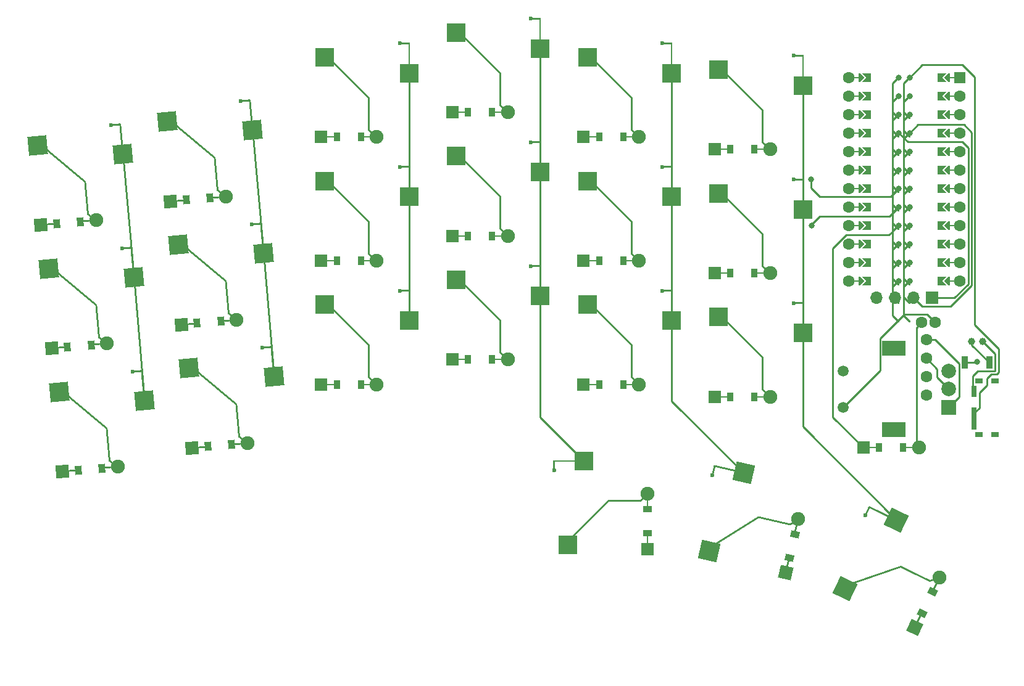
<source format=gbr>
%TF.GenerationSoftware,KiCad,Pcbnew,(6.0.6)*%
%TF.CreationDate,2022-07-14T02:02:07+02:00*%
%TF.ProjectId,main_wired2,6d61696e-5f77-4697-9265-64322e6b6963,v1.0.0*%
%TF.SameCoordinates,Original*%
%TF.FileFunction,Copper,L2,Bot*%
%TF.FilePolarity,Positive*%
%FSLAX46Y46*%
G04 Gerber Fmt 4.6, Leading zero omitted, Abs format (unit mm)*
G04 Created by KiCad (PCBNEW (6.0.6)) date 2022-07-14 02:02:07*
%MOMM*%
%LPD*%
G01*
G04 APERTURE LIST*
G04 Aperture macros list*
%AMRotRect*
0 Rectangle, with rotation*
0 The origin of the aperture is its center*
0 $1 length*
0 $2 width*
0 $3 Rotation angle, in degrees counterclockwise*
0 Add horizontal line*
21,1,$1,$2,0,0,$3*%
%AMFreePoly0*
4,1,29,2.195502,0.119853,2.254624,0.081678,2.283753,0.017613,2.273655,-0.052035,2.227530,-0.105189,2.160000,-0.125000,0.000000,-0.125000,-0.035502,-0.119852,-0.047057,-0.112391,-0.062500,-0.108253,-0.078963,-0.091790,-0.094624,-0.081678,-0.099251,-0.071502,-0.108253,-0.062500,-0.115298,-0.036209,-0.123752,-0.017613,-0.122534,-0.009204,-0.125000,0.000000,-0.116718,0.030909,-0.113655,0.052035,
-0.109897,0.056366,-0.108253,0.062500,-0.080431,0.090323,-0.067530,0.105188,-0.064748,0.106005,-0.062500,0.108253,0.000000,0.125000,2.160000,0.125001,2.195502,0.119853,2.195502,0.119853,$1*%
%AMFreePoly1*
4,1,30,0.035502,0.119852,0.047057,0.112391,0.062500,0.108253,0.078963,0.091790,0.094624,0.081678,0.099251,0.071502,0.108253,0.062500,0.115298,0.036209,0.123752,0.017613,0.122534,0.009204,0.125000,0.000000,0.120281,-0.017613,0.116718,-0.030908,0.113655,-0.052035,0.109897,-0.056366,0.108253,-0.062500,0.080431,-0.090323,0.067530,-0.105188,0.064748,-0.106005,0.062500,-0.108253,
0.000000,-0.125000,-2.160000,-0.125001,-2.195502,-0.119853,-2.254624,-0.081678,-2.283753,-0.017613,-2.273655,0.052035,-2.227530,0.105189,-2.160000,0.125000,0.000000,0.125000,0.035502,0.119852,0.035502,0.119852,$1*%
%AMFreePoly2*
4,1,42,0.035502,4.219852,0.043090,4.214952,0.052035,4.213655,0.072198,4.196157,0.094624,4.181678,0.098364,4.173453,0.105189,4.167530,0.112704,4.141914,0.123753,4.117613,0.122456,4.108670,0.125000,4.100000,0.125000,0.000000,0.119852,-0.035502,0.112391,-0.047057,0.108253,-0.062500,0.091790,-0.078962,0.081678,-0.094624,0.071502,-0.099251,0.062501,-0.108253,0.036209,-0.115298,
0.017613,-0.123753,0.009204,-0.122534,0.000000,-0.125000,-0.030909,-0.116719,-0.052035,-0.113655,-0.056366,-0.109897,-0.062500,-0.108253,-0.090322,-0.080431,-0.105189,-0.067530,-0.106005,-0.064748,-0.108253,-0.062501,-0.125000,0.000000,-0.125000,3.975000,-1.170001,3.975000,-1.205502,3.980148,-1.264624,4.018322,-1.293753,4.082387,-1.283655,4.152035,-1.237530,4.205189,-1.170000,4.225000,
0.000000,4.225000,0.035502,4.219852,0.035502,4.219852,$1*%
%AMFreePoly3*
4,1,31,0.588388,0.088388,6.138388,-5.461611,6.151709,-5.479450,6.155189,-5.482470,6.155982,-5.485172,6.159852,-5.490355,6.166332,-5.520453,6.175000,-5.550000,6.175000,-9.948224,7.138389,-10.911612,7.159852,-10.940356,7.174665,-11.009155,7.149961,-11.075053,7.093572,-11.117161,7.023371,-11.122131,6.961612,-11.088389,5.961612,-10.088388,5.948293,-10.070552,5.944811,-10.067530,5.944018,-10.064826,
5.940148,-10.059644,5.933669,-10.029549,5.925000,-10.000000,5.925000,-5.601777,0.411612,-0.088388,0.390149,-0.059644,0.375336,0.009154,0.400039,0.075052,0.456428,0.117161,0.526629,0.122131,0.588388,0.088388,0.588388,0.088388,$1*%
%AMFreePoly4*
4,1,13,0.062500,0.108253,0.108253,0.062501,0.125000,0.000000,0.108253,-0.062500,0.062501,-0.108253,0.000000,-0.125000,-0.062500,-0.108253,-0.108253,-0.062501,-0.125000,0.000000,-0.108253,0.062500,-0.062501,0.108253,0.000000,0.125000,0.062500,0.108253,0.062500,0.108253,$1*%
%AMFreePoly5*
4,1,5,0.125000,-0.500000,-0.125000,-0.500000,-0.125000,0.500000,0.125000,0.500000,0.125000,-0.500000,0.125000,-0.500000,$1*%
%AMFreePoly6*
4,1,6,0.600000,0.200000,0.000000,-0.400000,-0.600000,0.200000,-0.600000,0.400000,0.600000,0.400000,0.600000,0.200000,0.600000,0.200000,$1*%
%AMFreePoly7*
4,1,6,0.600000,-0.250000,-0.600000,-0.250000,-0.600000,1.000000,0.000000,0.400000,0.600000,1.000000,0.600000,-0.250000,0.600000,-0.250000,$1*%
%AMFreePoly8*
4,1,49,0.004773,0.123721,0.009154,0.124665,0.028961,0.117240,0.062500,0.108253,0.068237,0.102516,0.075053,0.099961,0.087617,0.083136,0.108253,0.062500,0.111178,0.051584,0.117161,0.043572,0.118539,0.024114,0.125000,0.000000,0.121239,-0.014035,0.122131,-0.026629,0.113759,-0.041951,0.108253,-0.062500,0.095644,-0.075109,0.088389,-0.088388,-0.641000,-0.817776,-0.641000,-4.770224,
0.088389,-5.499612,0.109852,-5.528356,0.124665,-5.597154,0.099961,-5.663053,0.043572,-5.705161,-0.026629,-5.710131,-0.088388,-5.676389,-0.854388,-4.910388,-0.867707,-4.892552,-0.871189,-4.889530,-0.871982,-4.886826,-0.875852,-4.881644,-0.882331,-4.851549,-0.891000,-4.822000,-0.891000,-0.766000,-0.887805,-0.743969,-0.888131,-0.739371,-0.886780,-0.736898,-0.885852,-0.730498,-0.869151,-0.704632,
-0.854388,-0.677612,-0.088388,0.088389,-0.064606,0.106147,-0.062500,0.108253,-0.061385,0.108552,-0.059644,0.109852,-0.043806,0.113262,0.000000,0.125000,0.004773,0.123721,0.004773,0.123721,$1*%
G04 Aperture macros list end*
%TA.AperFunction,ComponentPad*%
%ADD10C,1.000000*%
%TD*%
%TA.AperFunction,SMDPad,CuDef*%
%ADD11FreePoly0,64.000000*%
%TD*%
%TA.AperFunction,SMDPad,CuDef*%
%ADD12FreePoly1,64.000000*%
%TD*%
%TA.AperFunction,SMDPad,CuDef*%
%ADD13RotRect,0.900000X1.200000X64.000000*%
%TD*%
%TA.AperFunction,ComponentPad*%
%ADD14C,1.905000*%
%TD*%
%TA.AperFunction,ComponentPad*%
%ADD15RotRect,1.778000X1.778000X64.000000*%
%TD*%
%TA.AperFunction,SMDPad,CuDef*%
%ADD16FreePoly0,0.000000*%
%TD*%
%TA.AperFunction,SMDPad,CuDef*%
%ADD17FreePoly1,0.000000*%
%TD*%
%TA.AperFunction,SMDPad,CuDef*%
%ADD18R,0.900000X1.200000*%
%TD*%
%TA.AperFunction,ComponentPad*%
%ADD19R,1.778000X1.778000*%
%TD*%
%TA.AperFunction,SMDPad,CuDef*%
%ADD20FreePoly2,77.000000*%
%TD*%
%TA.AperFunction,SMDPad,CuDef*%
%ADD21FreePoly3,77.000000*%
%TD*%
%TA.AperFunction,SMDPad,CuDef*%
%ADD22FreePoly4,77.000000*%
%TD*%
%TA.AperFunction,SMDPad,CuDef*%
%ADD23RotRect,2.600000X2.600000X77.000000*%
%TD*%
%TA.AperFunction,ComponentPad*%
%ADD24C,0.600000*%
%TD*%
%TA.AperFunction,SMDPad,CuDef*%
%ADD25FreePoly1,5.000000*%
%TD*%
%TA.AperFunction,SMDPad,CuDef*%
%ADD26FreePoly0,5.000000*%
%TD*%
%TA.AperFunction,SMDPad,CuDef*%
%ADD27RotRect,0.900000X1.200000X5.000000*%
%TD*%
%TA.AperFunction,ComponentPad*%
%ADD28RotRect,1.778000X1.778000X5.000000*%
%TD*%
%TA.AperFunction,SMDPad,CuDef*%
%ADD29FreePoly2,64.000000*%
%TD*%
%TA.AperFunction,SMDPad,CuDef*%
%ADD30FreePoly3,64.000000*%
%TD*%
%TA.AperFunction,SMDPad,CuDef*%
%ADD31FreePoly4,64.000000*%
%TD*%
%TA.AperFunction,SMDPad,CuDef*%
%ADD32RotRect,2.600000X2.600000X64.000000*%
%TD*%
%TA.AperFunction,SMDPad,CuDef*%
%ADD33FreePoly2,0.000000*%
%TD*%
%TA.AperFunction,SMDPad,CuDef*%
%ADD34FreePoly3,0.000000*%
%TD*%
%TA.AperFunction,SMDPad,CuDef*%
%ADD35FreePoly4,0.000000*%
%TD*%
%TA.AperFunction,SMDPad,CuDef*%
%ADD36R,2.600000X2.600000*%
%TD*%
%TA.AperFunction,SMDPad,CuDef*%
%ADD37FreePoly5,270.000000*%
%TD*%
%TA.AperFunction,SMDPad,CuDef*%
%ADD38FreePoly6,270.000000*%
%TD*%
%TA.AperFunction,ComponentPad*%
%ADD39C,1.600000*%
%TD*%
%TA.AperFunction,SMDPad,CuDef*%
%ADD40FreePoly6,90.000000*%
%TD*%
%TA.AperFunction,SMDPad,CuDef*%
%ADD41FreePoly5,90.000000*%
%TD*%
%TA.AperFunction,ComponentPad*%
%ADD42R,1.600000X1.600000*%
%TD*%
%TA.AperFunction,SMDPad,CuDef*%
%ADD43FreePoly7,90.000000*%
%TD*%
%TA.AperFunction,SMDPad,CuDef*%
%ADD44FreePoly8,270.000000*%
%TD*%
%TA.AperFunction,ComponentPad*%
%ADD45C,0.800000*%
%TD*%
%TA.AperFunction,SMDPad,CuDef*%
%ADD46FreePoly8,90.000000*%
%TD*%
%TA.AperFunction,SMDPad,CuDef*%
%ADD47FreePoly7,270.000000*%
%TD*%
%TA.AperFunction,SMDPad,CuDef*%
%ADD48FreePoly1,90.000000*%
%TD*%
%TA.AperFunction,SMDPad,CuDef*%
%ADD49FreePoly0,90.000000*%
%TD*%
%TA.AperFunction,SMDPad,CuDef*%
%ADD50R,1.200000X0.900000*%
%TD*%
%TA.AperFunction,SMDPad,CuDef*%
%ADD51FreePoly3,5.000000*%
%TD*%
%TA.AperFunction,SMDPad,CuDef*%
%ADD52FreePoly4,5.000000*%
%TD*%
%TA.AperFunction,SMDPad,CuDef*%
%ADD53FreePoly2,5.000000*%
%TD*%
%TA.AperFunction,SMDPad,CuDef*%
%ADD54RotRect,2.600000X2.600000X5.000000*%
%TD*%
%TA.AperFunction,ComponentPad*%
%ADD55R,1.700000X1.700000*%
%TD*%
%TA.AperFunction,ComponentPad*%
%ADD56O,1.700000X1.700000*%
%TD*%
%TA.AperFunction,SMDPad,CuDef*%
%ADD57R,0.900000X1.700000*%
%TD*%
%TA.AperFunction,SMDPad,CuDef*%
%ADD58R,1.000000X0.800000*%
%TD*%
%TA.AperFunction,SMDPad,CuDef*%
%ADD59R,0.700000X1.500000*%
%TD*%
%TA.AperFunction,SMDPad,CuDef*%
%ADD60FreePoly3,90.000000*%
%TD*%
%TA.AperFunction,SMDPad,CuDef*%
%ADD61FreePoly4,90.000000*%
%TD*%
%TA.AperFunction,SMDPad,CuDef*%
%ADD62FreePoly2,90.000000*%
%TD*%
%TA.AperFunction,ComponentPad*%
%ADD63R,3.200000X2.000000*%
%TD*%
%TA.AperFunction,ComponentPad*%
%ADD64C,1.500000*%
%TD*%
%TA.AperFunction,ComponentPad*%
%ADD65R,2.000000X2.000000*%
%TD*%
%TA.AperFunction,ComponentPad*%
%ADD66C,2.000000*%
%TD*%
%TA.AperFunction,SMDPad,CuDef*%
%ADD67FreePoly1,77.000000*%
%TD*%
%TA.AperFunction,SMDPad,CuDef*%
%ADD68FreePoly0,77.000000*%
%TD*%
%TA.AperFunction,SMDPad,CuDef*%
%ADD69RotRect,0.900000X1.200000X77.000000*%
%TD*%
%TA.AperFunction,ComponentPad*%
%ADD70RotRect,1.778000X1.778000X77.000000*%
%TD*%
%TA.AperFunction,ViaPad*%
%ADD71C,0.800000*%
%TD*%
%TA.AperFunction,Conductor*%
%ADD72C,0.250000*%
%TD*%
G04 APERTURE END LIST*
D10*
%TO.P,,1*%
%TO.N,pos*%
X132777817Y14411938D03*
%TO.P,,2*%
%TO.N,GND*%
X131277817Y14411938D03*
%TD*%
D11*
%TO.P,D21,*%
%TO.N,P7*%
X123499419Y-24835909D03*
D12*
%TO.N,inner_thumb*%
X126839807Y-17987099D03*
D13*
%TO.P,D21,1*%
%TO.N,P7*%
X124446301Y-22894514D03*
D14*
%TO.N,inner_thumb*%
X126839807Y-17987099D03*
D13*
%TO.P,D21,2*%
X125892925Y-19928494D03*
D15*
%TO.N,P7*%
X123499419Y-24835909D03*
%TD*%
D16*
%TO.P,D12,*%
%TO.N,P4*%
X60017819Y45911938D03*
D17*
%TO.N,middle_top*%
X67637819Y45911938D03*
D14*
%TO.P,D12,1*%
X67637819Y45911938D03*
D18*
%TO.N,P4*%
X62177819Y45911938D03*
%TO.P,D12,2*%
%TO.N,middle_top*%
X65477819Y45911938D03*
D19*
%TO.N,P4*%
X60017819Y45911938D03*
%TD*%
D20*
%TO.P,S20,*%
%TO.N,P15*%
X99968125Y-3634304D03*
D21*
%TO.N,home_thumb*%
X95226326Y-14393386D03*
D22*
X95226326Y-14393386D03*
D23*
%TO.P,S20,1*%
X95226326Y-14393386D03*
D24*
%TO.N,P15*%
X95686395Y-3954327D03*
D23*
%TO.P,S20,2*%
X99968125Y-3634304D03*
%TD*%
D25*
%TO.P,D6,*%
%TO.N,pinky_top*%
X28960003Y34320998D03*
D26*
%TO.N,P4*%
X21368999Y33656872D03*
D14*
%TO.P,D6,1*%
%TO.N,pinky_top*%
X28960003Y34320998D03*
D27*
%TO.N,P4*%
X23520780Y33845128D03*
D28*
%TO.P,D6,2*%
X21368999Y33656872D03*
D27*
%TO.N,pinky_top*%
X26808222Y34132742D03*
%TD*%
D17*
%TO.P,D9,*%
%TO.N,ring_top*%
X49637820Y42511937D03*
D16*
%TO.N,P4*%
X42017820Y42511937D03*
D14*
%TO.P,D9,1*%
%TO.N,ring_top*%
X49637820Y42511937D03*
D18*
%TO.N,P4*%
X44177820Y42511937D03*
D19*
%TO.P,D9,2*%
X42017820Y42511937D03*
D18*
%TO.N,ring_top*%
X47477820Y42511937D03*
%TD*%
D29*
%TO.P,S21,*%
%TO.N,P14*%
X120932686Y-10138238D03*
D30*
%TO.N,inner_thumb*%
X113892152Y-19554893D03*
D31*
X113892152Y-19554893D03*
D32*
%TO.P,S21,1*%
X113892152Y-19554893D03*
D24*
%TO.N,P14*%
X116688707Y-9486879D03*
D32*
%TO.P,S21,2*%
X120932686Y-10138238D03*
%TD*%
D17*
%TO.P,D14,*%
%TO.N,index_home*%
X85637820Y25511940D03*
D16*
%TO.N,P5*%
X78017820Y25511940D03*
D18*
%TO.P,D14,1*%
X80177820Y25511940D03*
D14*
%TO.N,index_home*%
X85637820Y25511940D03*
D19*
%TO.P,D14,2*%
%TO.N,P5*%
X78017820Y25511940D03*
D18*
%TO.N,index_home*%
X83477820Y25511940D03*
%TD*%
D33*
%TO.P,S12,*%
%TO.N,P18*%
X72102818Y54661937D03*
D34*
%TO.N,middle_top*%
X60552818Y56861937D03*
D35*
X60552818Y56861937D03*
D24*
%TO.P,S12,1*%
%TO.N,P18*%
X70827818Y58761937D03*
D36*
%TO.N,middle_top*%
X60552818Y56861937D03*
%TO.P,S12,2*%
%TO.N,P18*%
X72102818Y54661937D03*
%TD*%
D37*
%TO.P,MCU1,*%
%TO.N,*%
X128377817Y48141935D03*
D38*
X127869817Y30361935D03*
D39*
X129647817Y43061935D03*
D37*
X128377817Y45601935D03*
D38*
X127869817Y48141935D03*
D37*
X128377817Y27821935D03*
D40*
X116185817Y43061935D03*
X116185817Y45601935D03*
X116185817Y22741935D03*
D39*
X114407817Y22741935D03*
D40*
X116185817Y30361935D03*
D39*
X114407817Y48141935D03*
X114407817Y45601935D03*
D37*
X128377817Y40521935D03*
D41*
X115677817Y35441935D03*
D39*
X129647817Y22741935D03*
D41*
X115677817Y45601935D03*
D37*
X128377817Y35441935D03*
D42*
X129647817Y50681935D03*
D40*
X116185817Y40521935D03*
D38*
X127869817Y43061935D03*
D40*
X116185817Y25281935D03*
D37*
X128377817Y50681935D03*
X128377817Y32901935D03*
D39*
X129647817Y50681935D03*
D41*
X115677817Y27821935D03*
D38*
X127869817Y27821935D03*
D41*
X115677817Y50681935D03*
D39*
X129647817Y37981935D03*
X114407817Y30361935D03*
X114407817Y50681935D03*
X114407817Y35441935D03*
D38*
X127869817Y50681935D03*
D41*
X115677817Y40521935D03*
X115677817Y32901935D03*
D39*
X114407817Y25281935D03*
D40*
X116185817Y35441935D03*
D38*
X127869817Y37981935D03*
X127869817Y40521935D03*
D41*
X115677817Y30361935D03*
D37*
X128377817Y30361935D03*
D39*
X129647817Y30361935D03*
X114407817Y37981935D03*
X114407817Y40521935D03*
D41*
X115677817Y25281935D03*
D38*
X127869817Y25281935D03*
D39*
X129647817Y25281935D03*
D40*
X116185817Y27821935D03*
X116185817Y37981935D03*
D38*
X127869817Y45601935D03*
D39*
X114407817Y43061935D03*
X129647817Y48141935D03*
X129647817Y27821935D03*
X114407817Y27821935D03*
D38*
X127869817Y35441935D03*
D37*
X128377817Y25281935D03*
D39*
X129647817Y35441935D03*
D41*
X115677817Y22741935D03*
X115677817Y43061935D03*
D37*
X128377817Y37981935D03*
D41*
X115677817Y37981935D03*
D40*
X116185817Y32901935D03*
D37*
X128377817Y22741935D03*
X128377817Y43061935D03*
D40*
X116185817Y50681935D03*
D39*
X114407817Y32901935D03*
X129647817Y45601935D03*
D38*
X127869817Y32901935D03*
D39*
X129647817Y32901935D03*
D38*
X127869817Y22741935D03*
D40*
X116185817Y48141935D03*
D39*
X129647817Y40521935D03*
D41*
X115677817Y48141935D03*
D43*
%TO.P,MCU1,1*%
%TO.N,RAW*%
X117201817Y50681935D03*
D44*
X122789817Y50681935D03*
D45*
X122789817Y50681935D03*
%TO.P,MCU1,2*%
%TO.N,GND*%
X122789817Y48141935D03*
D43*
%TO.N,N/C*%
X117201817Y48141935D03*
D44*
%TO.N,GND*%
X122789817Y48141935D03*
D43*
%TO.P,MCU1,3*%
%TO.N,RST*%
X117201817Y45601935D03*
D44*
X122789817Y45601935D03*
D45*
X122789817Y45601935D03*
%TO.P,MCU1,4*%
%TO.N,VCC*%
X122789817Y43061935D03*
D43*
X117201817Y43061935D03*
D44*
X122789817Y43061935D03*
D45*
%TO.P,MCU1,5*%
%TO.N,P21*%
X122789817Y40521935D03*
D43*
X117201817Y40521935D03*
D44*
X122789817Y40521935D03*
D45*
%TO.P,MCU1,6*%
%TO.N,P20*%
X122789817Y37981935D03*
D44*
X122789817Y37981935D03*
D43*
X117201817Y37981935D03*
D44*
%TO.P,MCU1,7*%
%TO.N,P19*%
X122789817Y35441935D03*
D43*
X117201817Y35441935D03*
D45*
X122789817Y35441935D03*
%TO.P,MCU1,8*%
%TO.N,P18*%
X122789817Y32901935D03*
D43*
X117201817Y32901935D03*
D44*
X122789817Y32901935D03*
D45*
%TO.P,MCU1,9*%
%TO.N,P15*%
X122789817Y30361935D03*
D43*
X117201817Y30361935D03*
D44*
X122789817Y30361935D03*
%TO.P,MCU1,10*%
%TO.N,P14*%
X122789817Y27821935D03*
D43*
X117201817Y27821935D03*
D45*
X122789817Y27821935D03*
D44*
%TO.P,MCU1,11*%
%TO.N,P16*%
X122789817Y25281935D03*
D45*
X122789817Y25281935D03*
D43*
X117201817Y25281935D03*
%TO.P,MCU1,12*%
%TO.N,P10*%
X117201817Y22741935D03*
D44*
X122789817Y22741935D03*
D45*
X122789817Y22741935D03*
%TO.P,MCU1,13*%
%TO.N,P9*%
X121265817Y22741935D03*
D46*
X121265817Y22741935D03*
D47*
X126853817Y22741935D03*
D46*
%TO.P,MCU1,14*%
%TO.N,P8*%
X121265817Y25281935D03*
D47*
X126853817Y25281935D03*
D45*
X121265817Y25281935D03*
D47*
%TO.P,MCU1,15*%
%TO.N,P7*%
X126853817Y27821935D03*
D45*
X121265817Y27821935D03*
D46*
X121265817Y27821935D03*
%TO.P,MCU1,16*%
%TO.N,P6*%
X121265817Y30361935D03*
D47*
X126853817Y30361935D03*
D45*
X121265817Y30361935D03*
%TO.P,MCU1,17*%
%TO.N,P5*%
X121265817Y32901935D03*
D46*
X121265817Y32901935D03*
D47*
X126853817Y32901935D03*
D46*
%TO.P,MCU1,18*%
%TO.N,P4*%
X121265817Y35441935D03*
D45*
X121265817Y35441935D03*
D47*
X126853817Y35441935D03*
D45*
%TO.P,MCU1,19*%
%TO.N,P3*%
X121265817Y37981935D03*
D47*
X126853817Y37981935D03*
D46*
X121265817Y37981935D03*
%TO.P,MCU1,20*%
%TO.N,P2*%
X121265817Y40521935D03*
D45*
X121265817Y40521935D03*
D47*
X126853817Y40521935D03*
D46*
%TO.P,MCU1,21*%
%TO.N,GND*%
X121265817Y43061935D03*
D45*
X121265817Y43061935D03*
D47*
X126853817Y43061935D03*
D46*
%TO.P,MCU1,22*%
X121265817Y45601935D03*
D47*
X126853817Y45601935D03*
D45*
X121265817Y45601935D03*
D46*
%TO.P,MCU1,23*%
%TO.N,P0*%
X121265817Y48141935D03*
D47*
X126853817Y48141935D03*
D45*
X121265817Y48141935D03*
D46*
%TO.P,MCU1,24*%
%TO.N,P1*%
X121265817Y50681935D03*
D45*
X121265817Y50681935D03*
D47*
X126853817Y50681935D03*
%TD*%
D33*
%TO.P,S18,*%
%TO.N,P14*%
X108102820Y49561940D03*
D34*
%TO.N,inner_top*%
X96552820Y51761940D03*
D35*
X96552820Y51761940D03*
D24*
%TO.P,S18,1*%
%TO.N,P14*%
X106827820Y53661940D03*
D36*
%TO.N,inner_top*%
X96552820Y51761940D03*
%TO.P,S18,2*%
%TO.N,P14*%
X108102820Y49561940D03*
%TD*%
D48*
%TO.P,D19,*%
%TO.N,outer_thumb*%
X86827818Y-6478061D03*
D49*
%TO.N,P7*%
X86827818Y-14098061D03*
D14*
%TO.P,D19,1*%
%TO.N,outer_thumb*%
X86827818Y-6478061D03*
D50*
%TO.N,P7*%
X86827818Y-11938061D03*
D19*
%TO.P,D19,2*%
X86827818Y-14098061D03*
D50*
%TO.N,outer_thumb*%
X86827818Y-8638061D03*
%TD*%
D26*
%TO.P,D3,*%
%TO.N,P4*%
X3585659Y30394533D03*
D25*
%TO.N,outer_top*%
X11176663Y31058659D03*
D14*
%TO.P,D3,1*%
X11176663Y31058659D03*
D27*
%TO.N,P4*%
X5737440Y30582789D03*
D28*
%TO.P,D3,2*%
X3585659Y30394533D03*
D27*
%TO.N,outer_top*%
X9024882Y30870403D03*
%TD*%
D51*
%TO.P,S2,*%
%TO.N,outer_home*%
X4645916Y24414182D03*
D52*
X4645916Y24414182D03*
D53*
%TO.N,P21*%
X16343707Y23229203D03*
D54*
%TO.P,S2,1*%
%TO.N,outer_home*%
X4645916Y24414182D03*
D24*
%TO.N,P21*%
X14716220Y27202478D03*
D54*
%TO.P,S2,2*%
X16343707Y23229203D03*
%TD*%
D33*
%TO.P,S9,*%
%TO.N,P19*%
X54102820Y51261938D03*
D34*
%TO.N,ring_top*%
X42552820Y53461938D03*
D35*
X42552820Y53461938D03*
D24*
%TO.P,S9,1*%
%TO.N,P19*%
X52827820Y55361938D03*
D36*
%TO.N,ring_top*%
X42552820Y53461938D03*
%TO.P,S9,2*%
%TO.N,P19*%
X54102820Y51261938D03*
%TD*%
D55*
%TO.P,OLED1,1*%
%TO.N,GND*%
X125827817Y20411938D03*
D56*
%TO.P,OLED1,2*%
%TO.N,VCC*%
X123287817Y20411938D03*
%TO.P,OLED1,3*%
%TO.N,P3*%
X120747817Y20411938D03*
%TO.P,OLED1,4*%
%TO.N,P2*%
X118207817Y20411938D03*
%TD*%
D25*
%TO.P,D4,*%
%TO.N,pinky_bottom*%
X31923298Y450375D03*
D26*
%TO.N,P6*%
X24332294Y-213751D03*
D14*
%TO.P,D4,1*%
%TO.N,pinky_bottom*%
X31923298Y450375D03*
D27*
%TO.N,P6*%
X26484075Y-25495D03*
D28*
%TO.P,D4,2*%
X24332294Y-213751D03*
D27*
%TO.N,pinky_bottom*%
X29771517Y262119D03*
%TD*%
D57*
%TO.P,,1*%
%TO.N,RST*%
X130327819Y11511938D03*
%TO.P,,2*%
%TO.N,GND*%
X133727819Y11511938D03*
%TD*%
D51*
%TO.P,S6,*%
%TO.N,pinky_top*%
X20947607Y44611831D03*
D52*
X20947607Y44611831D03*
D53*
%TO.N,P20*%
X32645398Y43426852D03*
D24*
%TO.P,S6,1*%
X31017911Y47400127D03*
D54*
%TO.N,pinky_top*%
X20947607Y44611831D03*
%TO.P,S6,2*%
%TO.N,P20*%
X32645398Y43426852D03*
%TD*%
D16*
%TO.P,D22,*%
%TO.N,P6*%
X116417820Y-188061D03*
D17*
%TO.N,enc_diode*%
X124037820Y-188061D03*
D14*
%TO.P,D22,1*%
X124037820Y-188061D03*
D18*
%TO.N,P6*%
X118577820Y-188061D03*
%TO.P,D22,2*%
%TO.N,enc_diode*%
X121877820Y-188061D03*
D19*
%TO.N,P6*%
X116417820Y-188061D03*
%TD*%
D51*
%TO.P,S1,*%
%TO.N,outer_bottom*%
X6127566Y7478871D03*
D52*
X6127566Y7478871D03*
D53*
%TO.N,P21*%
X17825357Y6293892D03*
D54*
%TO.P,S1,1*%
%TO.N,outer_bottom*%
X6127566Y7478871D03*
D24*
%TO.N,P21*%
X16197870Y10267167D03*
D54*
%TO.P,S1,2*%
X17825357Y6293892D03*
%TD*%
D16*
%TO.P,D11,*%
%TO.N,P5*%
X60017817Y28911940D03*
D17*
%TO.N,middle_home*%
X67637817Y28911940D03*
D14*
%TO.P,D11,1*%
X67637817Y28911940D03*
D18*
%TO.N,P5*%
X62177817Y28911940D03*
D19*
%TO.P,D11,2*%
X60017817Y28911940D03*
D18*
%TO.N,middle_home*%
X65477817Y28911940D03*
%TD*%
D53*
%TO.P,S4,*%
%TO.N,P20*%
X35608692Y9556230D03*
D51*
%TO.N,pinky_bottom*%
X23910901Y10741209D03*
D52*
X23910901Y10741209D03*
D54*
%TO.P,S4,1*%
X23910901Y10741209D03*
D24*
%TO.N,P20*%
X33981205Y13529505D03*
D54*
%TO.P,S4,2*%
X35608692Y9556230D03*
%TD*%
D17*
%TO.P,D15,*%
%TO.N,index_top*%
X85637819Y42511939D03*
D16*
%TO.N,P4*%
X78017819Y42511939D03*
D18*
%TO.P,D15,1*%
X80177819Y42511939D03*
D14*
%TO.N,index_top*%
X85637819Y42511939D03*
D19*
%TO.P,D15,2*%
%TO.N,P4*%
X78017819Y42511939D03*
D18*
%TO.N,index_top*%
X83477819Y42511939D03*
%TD*%
D25*
%TO.P,D5,*%
%TO.N,pinky_home*%
X30441650Y17385689D03*
D26*
%TO.N,P5*%
X22850646Y16721563D03*
D27*
%TO.P,D5,1*%
X25002427Y16909819D03*
D14*
%TO.N,pinky_home*%
X30441650Y17385689D03*
D28*
%TO.P,D5,2*%
%TO.N,P5*%
X22850646Y16721563D03*
D27*
%TO.N,pinky_home*%
X28289869Y17197433D03*
%TD*%
D17*
%TO.P,D17,*%
%TO.N,inner_home*%
X103637819Y23811936D03*
D16*
%TO.N,P5*%
X96017819Y23811936D03*
D14*
%TO.P,D17,1*%
%TO.N,inner_home*%
X103637819Y23811936D03*
D18*
%TO.N,P5*%
X98177819Y23811936D03*
%TO.P,D17,2*%
%TO.N,inner_home*%
X101477819Y23811936D03*
D19*
%TO.N,P5*%
X96017819Y23811936D03*
%TD*%
D16*
%TO.P,D8,*%
%TO.N,P5*%
X42017818Y25511938D03*
D17*
%TO.N,ring_home*%
X49637818Y25511938D03*
D14*
%TO.P,D8,1*%
X49637818Y25511938D03*
D18*
%TO.N,P5*%
X44177818Y25511938D03*
%TO.P,D8,2*%
%TO.N,ring_home*%
X47477818Y25511938D03*
D19*
%TO.N,P5*%
X42017818Y25511938D03*
%TD*%
D16*
%TO.P,D16,*%
%TO.N,P6*%
X96017820Y6811937D03*
D17*
%TO.N,inner_bottom*%
X103637820Y6811937D03*
D18*
%TO.P,D16,1*%
%TO.N,P6*%
X98177820Y6811937D03*
D14*
%TO.N,inner_bottom*%
X103637820Y6811937D03*
D19*
%TO.P,D16,2*%
%TO.N,P6*%
X96017820Y6811937D03*
D18*
%TO.N,inner_bottom*%
X101477820Y6811937D03*
%TD*%
D33*
%TO.P,S8,*%
%TO.N,P19*%
X54102817Y34261940D03*
D34*
%TO.N,ring_home*%
X42552817Y36461940D03*
D35*
X42552817Y36461940D03*
D36*
%TO.P,S8,1*%
X42552817Y36461940D03*
D24*
%TO.N,P19*%
X52827817Y38361940D03*
D36*
%TO.P,S8,2*%
X54102817Y34261940D03*
%TD*%
D33*
%TO.P,S17,*%
%TO.N,P14*%
X108102820Y32561939D03*
D34*
%TO.N,inner_home*%
X96552820Y34761939D03*
D35*
X96552820Y34761939D03*
D24*
%TO.P,S17,1*%
%TO.N,P14*%
X106827820Y36661939D03*
D36*
%TO.N,inner_home*%
X96552820Y34761939D03*
%TO.P,S17,2*%
%TO.N,P14*%
X108102820Y32561939D03*
%TD*%
D58*
%TO.P,,*%
%TO.N,*%
X134457821Y8961939D03*
X132247821Y8961939D03*
X132247821Y1661939D03*
X134457821Y1661939D03*
D59*
%TO.P,,1*%
%TO.N,pos*%
X131597821Y7561939D03*
%TO.P,,2*%
%TO.N,RAW*%
X131597821Y4561939D03*
%TO.P,,3*%
%TO.N,N/C*%
X131597821Y3061939D03*
%TD*%
D17*
%TO.P,D10,*%
%TO.N,middle_bottom*%
X67637817Y11911938D03*
D16*
%TO.N,P6*%
X60017817Y11911938D03*
D14*
%TO.P,D10,1*%
%TO.N,middle_bottom*%
X67637817Y11911938D03*
D18*
%TO.N,P6*%
X62177817Y11911938D03*
%TO.P,D10,2*%
%TO.N,middle_bottom*%
X65477817Y11911938D03*
D19*
%TO.N,P6*%
X60017817Y11911938D03*
%TD*%
D34*
%TO.P,S11,*%
%TO.N,middle_home*%
X60552819Y39861939D03*
D35*
X60552819Y39861939D03*
D33*
%TO.N,P18*%
X72102819Y37661939D03*
D36*
%TO.P,S11,1*%
%TO.N,middle_home*%
X60552819Y39861939D03*
D24*
%TO.N,P18*%
X70827819Y41761939D03*
D36*
%TO.P,S11,2*%
X72102819Y37661939D03*
%TD*%
D39*
%TO.P,REF\u002A\u002A,A*%
%TO.N,P8*%
X125052819Y14621939D03*
%TO.P,REF\u002A\u002A,B*%
%TO.N,P9*%
X125052819Y12081939D03*
%TO.P,REF\u002A\u002A,C*%
%TO.N,GND*%
X125052819Y9541939D03*
%TO.P,REF\u002A\u002A,D*%
%TO.N,N/C*%
X125052819Y7001939D03*
%TO.P,REF\u002A\u002A,S1*%
%TO.N,P10*%
X126277819Y17011939D03*
%TO.P,REF\u002A\u002A,S2*%
%TO.N,enc_diode*%
X124427819Y17011939D03*
%TD*%
D34*
%TO.P,S16,*%
%TO.N,inner_bottom*%
X96552820Y17761938D03*
D35*
X96552820Y17761938D03*
D33*
%TO.N,P14*%
X108102820Y15561938D03*
D36*
%TO.P,S16,1*%
%TO.N,inner_bottom*%
X96552820Y17761938D03*
D24*
%TO.N,P14*%
X106827820Y19661938D03*
D36*
%TO.P,S16,2*%
X108102820Y15561938D03*
%TD*%
D60*
%TO.P,S19,*%
%TO.N,outer_thumb*%
X75877821Y-13563060D03*
D61*
X75877821Y-13563060D03*
D62*
%TO.N,P18*%
X78077821Y-2013060D03*
D36*
%TO.P,S19,1*%
%TO.N,outer_thumb*%
X75877821Y-13563060D03*
D24*
%TO.N,P18*%
X73977821Y-3288060D03*
D36*
%TO.P,S19,2*%
X78077821Y-2013060D03*
%TD*%
D26*
%TO.P,D2,*%
%TO.N,P5*%
X5067307Y13459227D03*
D25*
%TO.N,outer_home*%
X12658311Y14123353D03*
D27*
%TO.P,D2,1*%
%TO.N,P5*%
X7219088Y13647483D03*
D14*
%TO.N,outer_home*%
X12658311Y14123353D03*
D27*
%TO.P,D2,2*%
X10506530Y13935097D03*
D28*
%TO.N,P5*%
X5067307Y13459227D03*
%TD*%
D51*
%TO.P,S5,*%
%TO.N,pinky_home*%
X22429257Y27676516D03*
D52*
X22429257Y27676516D03*
D53*
%TO.N,P20*%
X34127048Y26491537D03*
D24*
%TO.P,S5,1*%
X32499561Y30464812D03*
D54*
%TO.N,pinky_home*%
X22429257Y27676516D03*
%TO.P,S5,2*%
%TO.N,P20*%
X34127048Y26491537D03*
%TD*%
D17*
%TO.P,D18,*%
%TO.N,inner_top*%
X103637818Y40811939D03*
D16*
%TO.N,P4*%
X96017818Y40811939D03*
D18*
%TO.P,D18,1*%
X98177818Y40811939D03*
D14*
%TO.N,inner_top*%
X103637818Y40811939D03*
D18*
%TO.P,D18,2*%
X101477818Y40811939D03*
D19*
%TO.N,P4*%
X96017818Y40811939D03*
%TD*%
D34*
%TO.P,S14,*%
%TO.N,index_home*%
X78552819Y36461935D03*
D35*
X78552819Y36461935D03*
D33*
%TO.N,P15*%
X90102819Y34261935D03*
D36*
%TO.P,S14,1*%
%TO.N,index_home*%
X78552819Y36461935D03*
D24*
%TO.N,P15*%
X88827819Y38361935D03*
D36*
%TO.P,S14,2*%
X90102819Y34261935D03*
%TD*%
D63*
%TO.P,ROT1,*%
%TO.N,*%
X120607394Y2271825D03*
X120607394Y13471825D03*
D64*
%TO.P,ROT1,1*%
%TO.N,P10*%
X113607394Y5371825D03*
%TO.P,ROT1,2*%
%TO.N,enc_diode*%
X113607394Y10371825D03*
D65*
%TO.P,ROT1,A*%
%TO.N,P8*%
X128107394Y5371825D03*
D66*
%TO.P,ROT1,B*%
%TO.N,GND*%
X128107394Y10371825D03*
%TO.P,ROT1,C*%
%TO.N,P9*%
X128107394Y7871825D03*
%TD*%
D17*
%TO.P,D7,*%
%TO.N,ring_bottom*%
X49637821Y8511938D03*
D16*
%TO.N,P6*%
X42017821Y8511938D03*
D14*
%TO.P,D7,1*%
%TO.N,ring_bottom*%
X49637821Y8511938D03*
D18*
%TO.N,P6*%
X44177821Y8511938D03*
%TO.P,D7,2*%
%TO.N,ring_bottom*%
X47477821Y8511938D03*
D19*
%TO.N,P6*%
X42017821Y8511938D03*
%TD*%
D16*
%TO.P,D13,*%
%TO.N,P6*%
X78017821Y8511940D03*
D17*
%TO.N,index_bottom*%
X85637821Y8511940D03*
D14*
%TO.P,D13,1*%
X85637821Y8511940D03*
D18*
%TO.N,P6*%
X80177821Y8511940D03*
%TO.P,D13,2*%
%TO.N,index_bottom*%
X83477821Y8511940D03*
D19*
%TO.N,P6*%
X78017821Y8511940D03*
%TD*%
D33*
%TO.P,S15,*%
%TO.N,P15*%
X90102820Y51261935D03*
D34*
%TO.N,index_top*%
X78552820Y53461935D03*
D35*
X78552820Y53461935D03*
D24*
%TO.P,S15,1*%
%TO.N,P15*%
X88827820Y55361935D03*
D36*
%TO.N,index_top*%
X78552820Y53461935D03*
%TO.P,S15,2*%
%TO.N,P15*%
X90102820Y51261935D03*
%TD*%
D34*
%TO.P,S10,*%
%TO.N,middle_bottom*%
X60552818Y22861938D03*
D35*
X60552818Y22861938D03*
D33*
%TO.N,P18*%
X72102818Y20661938D03*
D24*
%TO.P,S10,1*%
X70827818Y24761938D03*
D36*
%TO.N,middle_bottom*%
X60552818Y22861938D03*
%TO.P,S10,2*%
%TO.N,P18*%
X72102818Y20661938D03*
%TD*%
D67*
%TO.P,D20,*%
%TO.N,home_thumb*%
X107489457Y-9953188D03*
D68*
%TO.N,P7*%
X105775329Y-17377888D03*
D69*
%TO.P,D20,1*%
X106261224Y-15273249D03*
D14*
%TO.N,home_thumb*%
X107489457Y-9953188D03*
D69*
%TO.P,D20,2*%
X107003562Y-12057827D03*
D70*
%TO.N,P7*%
X105775329Y-17377888D03*
%TD*%
D34*
%TO.P,S13,*%
%TO.N,index_bottom*%
X78552818Y19461937D03*
D35*
X78552818Y19461937D03*
D33*
%TO.N,P15*%
X90102818Y17261937D03*
D36*
%TO.P,S13,1*%
%TO.N,index_bottom*%
X78552818Y19461937D03*
D24*
%TO.N,P15*%
X88827818Y21361937D03*
D36*
%TO.P,S13,2*%
X90102818Y17261937D03*
%TD*%
D33*
%TO.P,S7,*%
%TO.N,P19*%
X54102817Y17261941D03*
D34*
%TO.N,ring_bottom*%
X42552817Y19461941D03*
D35*
X42552817Y19461941D03*
D36*
%TO.P,S7,1*%
X42552817Y19461941D03*
D24*
%TO.N,P19*%
X52827817Y21361941D03*
D36*
%TO.P,S7,2*%
X54102817Y17261941D03*
%TD*%
D25*
%TO.P,D1,*%
%TO.N,outer_bottom*%
X14139959Y-2811958D03*
D26*
%TO.N,P6*%
X6548955Y-3476084D03*
D14*
%TO.P,D1,1*%
%TO.N,outer_bottom*%
X14139959Y-2811958D03*
D27*
%TO.N,P6*%
X8700736Y-3287828D03*
%TO.P,D1,2*%
%TO.N,outer_bottom*%
X11988178Y-3000214D03*
D28*
%TO.N,P6*%
X6548955Y-3476084D03*
%TD*%
D51*
%TO.P,S3,*%
%TO.N,outer_top*%
X3164269Y41349494D03*
D52*
X3164269Y41349494D03*
D53*
%TO.N,P21*%
X14862060Y40164515D03*
D54*
%TO.P,S3,1*%
%TO.N,outer_top*%
X3164269Y41349494D03*
D24*
%TO.N,P21*%
X13234573Y44137790D03*
D54*
%TO.P,S3,2*%
X14862060Y40164515D03*
%TD*%
D71*
%TO.N,P4*%
X109200000Y36700000D03*
%TO.N,P5*%
X109325500Y30300000D03*
%TO.N,RST*%
X132000000Y11600000D03*
%TD*%
D72*
%TO.N,P5*%
X119963882Y31600000D02*
X121265817Y32901935D01*
X110400000Y31600000D02*
X119963882Y31600000D01*
X109325500Y30525500D02*
X110400000Y31600000D01*
X109325500Y30300000D02*
X109325500Y30525500D01*
%TO.N,RAW*%
X124507882Y52400000D02*
X122789817Y50681935D01*
X131700000Y50700000D02*
X130000000Y52400000D01*
X131700000Y16656482D02*
X131700000Y50700000D01*
X130000000Y52400000D02*
X124507882Y52400000D01*
X134952819Y13403663D02*
X131700000Y16656482D01*
X133400000Y9300000D02*
X133986938Y9886938D01*
X134689215Y9886938D02*
X134952819Y10150542D01*
X134952819Y10150542D02*
X134952819Y13403663D01*
X132339998Y7339998D02*
X133400000Y8400000D01*
X132339998Y5304116D02*
X132339998Y7339998D01*
X133400000Y8400000D02*
X133400000Y9300000D01*
X131597821Y4561939D02*
X132339998Y5304116D01*
X133986938Y9886938D02*
X134689215Y9886938D01*
%TO.N,P4*%
X109200000Y35500000D02*
X109200000Y36700000D01*
X110383065Y34316935D02*
X109200000Y35500000D01*
X120140817Y34316935D02*
X110383065Y34316935D01*
X121265817Y35441935D02*
X120140817Y34316935D01*
%TO.N,P9*%
X126500000Y10634758D02*
X125052819Y12081939D01*
X128107394Y7871825D02*
X126500000Y9479219D01*
X126500000Y9479219D02*
X126500000Y10634758D01*
%TO.N,pos*%
X134502819Y10336938D02*
X134502819Y12686938D01*
X131422821Y9686939D02*
X132072820Y10336938D01*
X132072820Y10336938D02*
X134502819Y10336938D01*
X131422821Y7736939D02*
X131422821Y9686939D01*
X134502819Y12686938D02*
X132777817Y14411938D01*
X131597821Y7561939D02*
X131422821Y7736939D01*
%TO.N,RST*%
X131911938Y11511938D02*
X130327819Y11511938D01*
X132000000Y11600000D02*
X131911938Y11511938D01*
%TO.N,GND*%
X133688061Y11511939D02*
X133727820Y11511939D01*
X131277817Y13922183D02*
X133688061Y11511939D01*
X131277817Y14411938D02*
X131277817Y13922183D01*
%TO.N,P10*%
X125152819Y18136939D02*
X126277819Y17011939D01*
X118682394Y14796825D02*
X122022508Y18136939D01*
X113607394Y5371825D02*
X118682394Y10446825D01*
X118682394Y10446825D02*
X118682394Y14796825D01*
X122022508Y18136939D02*
X125152819Y18136939D01*
%TO.N,enc_diode*%
X123700000Y149759D02*
X123700000Y16284120D01*
X123700000Y16284120D02*
X124427819Y17011939D01*
X124037820Y-188061D02*
X123700000Y149759D01*
%TO.N,P8*%
X126278061Y14621939D02*
X125052819Y14621939D01*
X129552819Y11347181D02*
X126278061Y14621939D01*
X129552819Y6817250D02*
X129552819Y11347181D01*
X128107394Y5371825D02*
X129552819Y6817250D01*
%TO.N,VCC*%
X123914817Y44186935D02*
X122789817Y43061935D01*
X131250000Y43150000D02*
X130213065Y44186935D01*
X130213065Y44186935D02*
X123914817Y44186935D01*
X131250000Y22113604D02*
X131250000Y43150000D01*
X128336396Y19200000D02*
X131250000Y22113604D01*
X124499755Y19200000D02*
X128336396Y19200000D01*
X123287817Y20411938D02*
X124499755Y19200000D01*
%TO.N,GND*%
X122527752Y41800000D02*
X121265817Y43061935D01*
X129960743Y41800000D02*
X122527752Y41800000D01*
X130800000Y40960743D02*
X129960743Y41800000D01*
X128911938Y20411938D02*
X130800000Y22300000D01*
X130800000Y22300000D02*
X130800000Y40960743D01*
X125827817Y20411938D02*
X128911938Y20411938D01*
%TO.N,P6*%
X119941812Y29037935D02*
X121265815Y30361938D01*
X114032826Y29037935D02*
X119941812Y29037935D01*
X112227819Y4001936D02*
X112227819Y27232928D01*
X112227819Y27232928D02*
X114032826Y29037935D01*
X116417818Y-188063D02*
X112227819Y4001936D01*
%TO.N,P21*%
X17825353Y6293895D02*
X16343708Y23229206D01*
X14862060Y40164518D02*
X16343708Y23229206D01*
%TO.N,P20*%
X34127049Y26491540D02*
X35608693Y9556228D01*
X35630413Y9582113D02*
X35608695Y9556231D01*
X32645399Y43426851D02*
X34127049Y26491540D01*
X32645399Y43426851D02*
X32671284Y43405130D01*
%TO.N,P19*%
X54102818Y17261937D02*
X54102821Y34261937D01*
X54102819Y51261936D02*
X54102821Y34261937D01*
%TO.N,P18*%
X72102820Y3961941D02*
X78077819Y-2013060D01*
X72102819Y20661940D02*
X72102820Y37661939D01*
X72102820Y54661937D02*
X72102820Y37661939D01*
X72102819Y20661940D02*
X72102820Y3961941D01*
%TO.N,P15*%
X90102818Y34261937D02*
X90102818Y51261937D01*
X90102820Y17261939D02*
X90102821Y6231004D01*
X90102820Y17261939D02*
X90102818Y34261937D01*
X90102821Y6231004D02*
X99968125Y-3634300D01*
%TO.N,P14*%
X108102818Y2691630D02*
X120932686Y-10138238D01*
X108102819Y49561939D02*
X108102821Y32561938D01*
X108102821Y15561939D02*
X108102818Y2691630D01*
X108102821Y32561938D02*
X108102821Y15561939D01*
%TD*%
M02*

</source>
